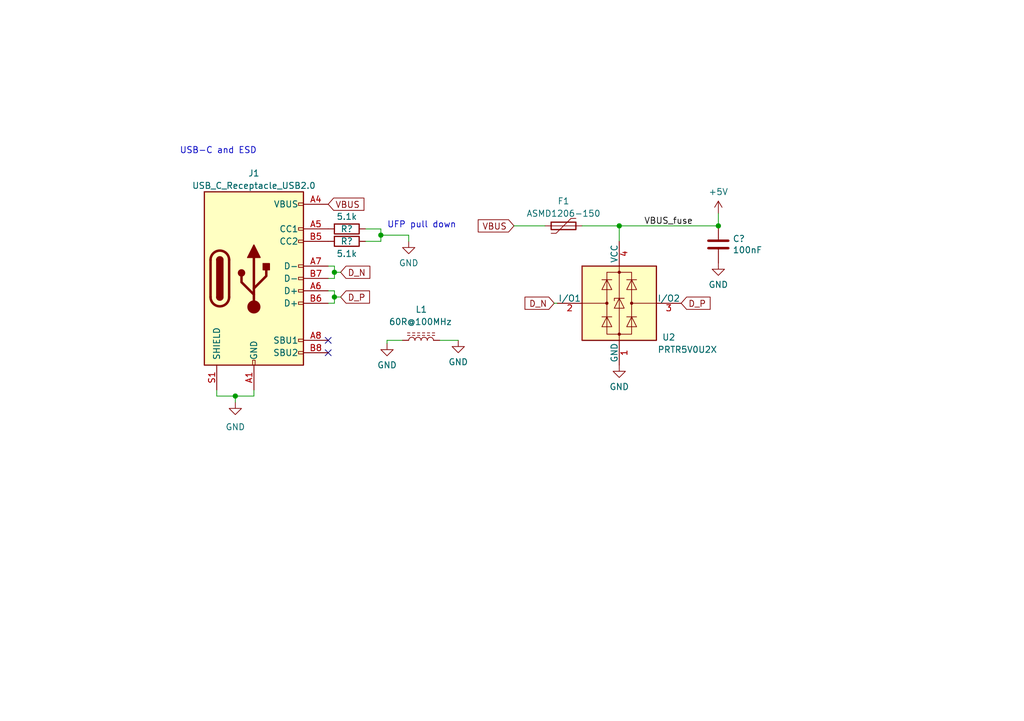
<source format=kicad_sch>
(kicad_sch (version 20230121) (generator eeschema)
  (paper "A5")
  (lib_symbols
    (symbol "+5V_1" (power) (pin_names (offset 0))
      (property "Value" "+5V_1" (at 0 3.556 0))
      (symbol "+5V_1_0_1"
        (polyline (pts (xy -0.762 1.27) (xy 0 2.54)))
        (polyline (pts (xy 0 0) (xy 0 2.54)))
        (polyline (pts (xy 0 2.54) (xy 0.762 1.27)))
      )
      (symbol "+5V_1_1_1"
        (pin power_in line (at 0 0 90) (length 0) hide (name "+5V") (number "1"))
      )
    )
    (symbol "Connector:USB_C_Receptacle_USB2.0" (pin_names (offset 1.016))
      (property "Reference" "J" (at -10.16 19.05 0))
      (property "Value" "USB_C_Receptacle_USB2.0" (at 19.05 19.05 0))
      (symbol "USB_C_Receptacle_USB2.0_0_0"
        (rectangle (start -0.254 -17.78) (end 0.254 -16.764))
        (rectangle (start 10.16 -14.986) (end 9.144 -15.494))
        (rectangle (start 10.16 -12.446) (end 9.144 -12.954))
        (rectangle (start 10.16 -4.826) (end 9.144 -5.334))
        (rectangle (start 10.16 -2.286) (end 9.144 -2.794))
        (rectangle (start 10.16 0.254) (end 9.144 -0.254))
        (rectangle (start 10.16 2.794) (end 9.144 2.286))
        (rectangle (start 10.16 7.874) (end 9.144 7.366))
        (rectangle (start 10.16 10.414) (end 9.144 9.906))
        (rectangle (start 10.16 15.494) (end 9.144 14.986))
      )
      (symbol "USB_C_Receptacle_USB2.0_0_1"
        (rectangle (start -10.16 17.78) (end 10.16 -17.78) (stroke (width 0.254)) (fill (type background)))
        (arc (start -8.89 -3.81) (mid -6.985 -5.7067) (end -5.08 -3.81) (stroke (width 0.508)))
        (arc (start -7.62 -3.81) (mid -6.985 -4.4423) (end -6.35 -3.81) (stroke (width 0.254)))
        (arc (start -7.62 -3.81) (mid -6.985 -4.4423) (end -6.35 -3.81) (stroke (width 0.254)) (fill (type outline)))
        (rectangle (start -7.62 -3.81) (end -6.35 3.81) (stroke (width 0.254)) (fill (type outline)))
        (arc (start -6.35 3.81) (mid -6.985 4.4423) (end -7.62 3.81) (stroke (width 0.254)))
        (arc (start -6.35 3.81) (mid -6.985 4.4423) (end -7.62 3.81) (stroke (width 0.254)) (fill (type outline)))
        (arc (start -5.08 3.81) (mid -6.985 5.7067) (end -8.89 3.81) (stroke (width 0.508)))
        (circle (center -2.54 1.143) (radius 0.635) (stroke (width 0.254)) (fill (type outline)))
        (circle (center 0 -5.842) (radius 1.27) (fill (type outline)))
        (polyline (pts (xy -8.89 -3.81) (xy -8.89 3.81)) (stroke (width 0.508)))
        (polyline (pts (xy -5.08 3.81) (xy -5.08 -3.81)) (stroke (width 0.508)))
        (polyline (pts (xy 0 -5.842) (xy 0 4.318)) (stroke (width 0.508)))
        (polyline (pts (xy 0 -3.302) (xy -2.54 -0.762) (xy -2.54 0.508)) (stroke (width 0.508)))
        (polyline (pts (xy 0 -2.032) (xy 2.54 0.508) (xy 2.54 1.778)) (stroke (width 0.508)))
        (polyline (pts (xy -1.27 4.318) (xy 0 6.858) (xy 1.27 4.318) (xy -1.27 4.318)) (stroke (width 0.254)) (fill (type outline)))
        (rectangle (start 1.905 1.778) (end 3.175 3.048) (stroke (width 0.254)) (fill (type outline)))
      )
      (symbol "USB_C_Receptacle_USB2.0_1_1"
        (pin passive line (at 0 -22.86 90) (length 5.08) (name "GND") (number "A1"))
        (pin passive line (at 0 -22.86 90) (length 5.08) hide (name "GND") (number "A12"))
        (pin passive line (at 15.24 15.24 180) (length 5.08) (name "VBUS") (number "A4"))
        (pin bidirectional line (at 15.24 10.16 180) (length 5.08) (name "CC1") (number "A5"))
        (pin bidirectional line (at 15.24 -2.54 180) (length 5.08) (name "D+") (number "A6"))
        (pin bidirectional line (at 15.24 2.54 180) (length 5.08) (name "D-") (number "A7"))
        (pin bidirectional line (at 15.24 -12.7 180) (length 5.08) (name "SBU1") (number "A8"))
        (pin passive line (at 15.24 15.24 180) (length 5.08) hide (name "VBUS") (number "A9"))
        (pin passive line (at 0 -22.86 90) (length 5.08) hide (name "GND") (number "B1"))
        (pin passive line (at 0 -22.86 90) (length 5.08) hide (name "GND") (number "B12"))
        (pin passive line (at 15.24 15.24 180) (length 5.08) hide (name "VBUS") (number "B4"))
        (pin bidirectional line (at 15.24 7.62 180) (length 5.08) (name "CC2") (number "B5"))
        (pin bidirectional line (at 15.24 -5.08 180) (length 5.08) (name "D+") (number "B6"))
        (pin bidirectional line (at 15.24 0 180) (length 5.08) (name "D-") (number "B7"))
        (pin bidirectional line (at 15.24 -15.24 180) (length 5.08) (name "SBU2") (number "B8"))
        (pin passive line (at 15.24 15.24 180) (length 5.08) hide (name "VBUS") (number "B9"))
        (pin passive line (at -7.62 -22.86 90) (length 5.08) (name "SHIELD") (number "S1"))
      )
    )
    (symbol "Device:C" (pin_numbers hide) (pin_names (offset 0.254))
      (property "Reference" "C" (at 0.635 2.54 0))
      (property "Value" "C" (at 0.635 -2.54 0))
      (symbol "C_0_1"
        (polyline (pts (xy -2.032 -0.762) (xy 2.032 -0.762)) (stroke (width 0.508)))
        (polyline (pts (xy -2.032 0.762) (xy 2.032 0.762)) (stroke (width 0.508)))
      )
      (symbol "C_1_1"
        (pin passive line (at 0 3.81 270) (length 2.794) (name "~") (number "1"))
        (pin passive line (at 0 -3.81 90) (length 2.794) (name "~") (number "2"))
      )
    )
    (symbol "Device:Polyfuse" (pin_numbers hide) (pin_names (offset 0))
      (property "Reference" "F" (at -2.54 0 90))
      (property "Value" "Polyfuse" (at 2.54 0 90))
      (symbol "Polyfuse_0_1"
        (rectangle (start -0.762 2.54) (end 0.762 -2.54) (stroke (width 0.254)))
        (polyline (pts (xy 0 2.54) (xy 0 -2.54)))
        (polyline (pts (xy -1.524 2.54) (xy -1.524 1.524) (xy 1.524 -1.524) (xy 1.524 -2.54)))
      )
      (symbol "Polyfuse_1_1"
        (pin passive line (at 0 3.81 270) (length 1.27) (name "~") (number "1"))
        (pin passive line (at 0 -3.81 90) (length 1.27) (name "~") (number "2"))
      )
    )
    (symbol "Device:R" (pin_numbers hide) (pin_names (offset 0))
      (property "Reference" "R" (at 2.032 0 90))
      (property "Value" "R" (at 0 0 90))
      (symbol "R_0_1"
        (rectangle (start -1.016 -2.54) (end 1.016 2.54) (stroke (width 0.254)))
      )
      (symbol "R_1_1"
        (pin passive line (at 0 3.81 270) (length 1.27) (name "~") (number "1"))
        (pin passive line (at 0 -3.81 90) (length 1.27) (name "~") (number "2"))
      )
    )
    (symbol "Power_Protection:PRTR5V0U2X" (pin_names (offset 0))
      (property "Reference" "D" (at 2.794 8.636 0))
      (property "Value" "PRTR5V0U2X" (at 8.128 -9.398 0))
      (symbol "PRTR5V0U2X_0_1"
        (rectangle (start -7.62 -7.62) (end 7.62 7.62) (stroke (width 0.254)) (fill (type background)))
        (circle (center -2.54 0) (radius 0.254) (fill (type outline)))
        (rectangle (start -2.54 6.35) (end 2.54 -6.35))
        (circle (center 0 -6.35) (radius 0.254) (fill (type outline)))
        (polyline (pts (xy -2.54 0) (xy -7.62 0)))
        (polyline (pts (xy -1.524 -2.794) (xy -3.556 -2.794)))
        (polyline (pts (xy -1.524 4.826) (xy -3.556 4.826)))
        (polyline (pts (xy 0 -7.62) (xy 0 7.62)))
        (polyline (pts (xy 1.524 -2.794) (xy 3.556 -2.794)))
        (polyline (pts (xy 1.524 4.826) (xy 3.556 4.826)))
        (polyline (pts (xy 2.54 0) (xy 7.62 0)))
        (polyline (pts (xy 1.016 1.016) (xy -1.016 1.016) (xy -1.016 0.508)))
        (polyline (pts (xy -3.556 -4.826) (xy -1.524 -4.826) (xy -2.54 -2.794) (xy -3.556 -4.826)))
        (polyline (pts (xy -3.556 2.794) (xy -1.524 2.794) (xy -2.54 4.826) (xy -3.556 2.794)))
        (polyline (pts (xy -1.016 -1.016) (xy 1.016 -1.016) (xy 0 1.016) (xy -1.016 -1.016)))
        (polyline (pts (xy 3.556 -4.826) (xy 1.524 -4.826) (xy 2.54 -2.794) (xy 3.556 -4.826)))
        (polyline (pts (xy 3.556 2.794) (xy 1.524 2.794) (xy 2.54 4.826) (xy 3.556 2.794)))
        (circle (center 0 6.35) (radius 0.254) (fill (type outline)))
        (circle (center 2.54 0) (radius 0.254) (fill (type outline)))
      )
      (symbol "PRTR5V0U2X_1_1"
        (pin passive line (at 0 -12.7 90) (length 5.08) (name "GND") (number "1"))
        (pin passive line (at -12.7 0 0) (length 5.08) (name "I/O1") (number "2"))
        (pin passive line (at 12.7 0 180) (length 5.08) (name "I/O2") (number "3"))
        (pin passive line (at 0 12.7 270) (length 5.08) (name "VCC") (number "4"))
      )
    )
    (symbol "Unified-Daughterboard-rescue:L_Core_Ferrite-Device" (pin_numbers hide) (pin_names (offset 1.016) hide)
      (property "Reference" "L" (at -1.27 0 90))
      (property "Value" "Device_L_Core_Ferrite" (at 2.794 0 90))
      (symbol "L_Core_Ferrite-Device_0_1"
        (arc (start 0 -2.54) (mid 0.6323 -1.905) (end 0 -1.27))
        (arc (start 0 -1.27) (mid 0.6323 -0.635) (end 0 0))
        (polyline (pts (xy 1.016 -2.794) (xy 1.016 -2.286)))
        (polyline (pts (xy 1.016 -1.778) (xy 1.016 -1.27)))
        (polyline (pts (xy 1.016 -0.762) (xy 1.016 -0.254)))
        (polyline (pts (xy 1.016 0.254) (xy 1.016 0.762)))
        (polyline (pts (xy 1.016 1.27) (xy 1.016 1.778)))
        (polyline (pts (xy 1.016 2.286) (xy 1.016 2.794)))
        (polyline (pts (xy 1.524 -2.286) (xy 1.524 -2.794)))
        (polyline (pts (xy 1.524 -1.27) (xy 1.524 -1.778)))
        (polyline (pts (xy 1.524 -0.254) (xy 1.524 -0.762)))
        (polyline (pts (xy 1.524 0.762) (xy 1.524 0.254)))
        (polyline (pts (xy 1.524 1.778) (xy 1.524 1.27)))
        (polyline (pts (xy 1.524 2.794) (xy 1.524 2.286)))
        (arc (start 0 0) (mid 0.6323 0.635) (end 0 1.27))
        (arc (start 0 1.27) (mid 0.6323 1.905) (end 0 2.54))
      )
      (symbol "L_Core_Ferrite-Device_1_1"
        (pin passive line (at 0 3.81 270) (length 1.27) (name "1") (number "1"))
        (pin passive line (at 0 -3.81 90) (length 1.27) (name "2") (number "2"))
      )
    )
    (symbol "power:GND" (power) (pin_names (offset 0))
      (property "Value" "GND" (at 0 -3.81 0))
      (symbol "GND_0_1"
        (polyline (pts (xy 0 0) (xy 0 -1.27) (xy 1.27 -1.27) (xy 0 -2.54) (xy -1.27 -1.27) (xy 0 -1.27)))
      )
      (symbol "GND_1_1"
        (pin power_in line (at 0 0 270) (length 0) hide (name "GND") (number "1"))
      )
    )
  )
  (junction (at 78.105 48.26))
  (junction (at 48.26 81.28))
  (junction (at 147.32 46.355))
  (junction (at 68.58 60.96))
  (junction (at 127 46.355))
  (junction (at 68.58 55.88))
  (no_connect (at 67.31 72.39))
  (no_connect (at 67.31 69.85))
  (wire (pts (xy 68.58 55.88) (xy 69.85 55.88)))
  (wire (pts (xy 127 46.355) (xy 127 49.53)))
  (wire (pts (xy 127 46.355) (xy 147.32 46.355)))
  (wire (pts (xy 79.375 69.85) (xy 82.55 69.85)))
  (wire (pts (xy 74.93 49.53) (xy 78.105 49.53)))
  (wire (pts (xy 113.665 62.23) (xy 114.3 62.23)))
  (wire (pts (xy 74.93 46.99) (xy 78.105 46.99)))
  (wire (pts (xy 68.58 59.69) (xy 68.58 60.96)))
  (wire (pts (xy 78.105 48.26) (xy 78.105 46.99)))
  (wire (pts (xy 78.105 48.26) (xy 83.82 48.26)))
  (wire (pts (xy 44.45 81.28) (xy 48.26 81.28)))
  (wire (pts (xy 79.375 70.485) (xy 79.375 69.85)))
  (wire (pts (xy 44.45 80.01) (xy 44.45 81.28)))
  (wire (pts (xy 67.31 54.61) (xy 68.58 54.61)))
  (wire (pts (xy 68.58 60.96) (xy 69.85 60.96)))
  (wire (pts (xy 67.31 62.23) (xy 68.58 62.23)))
  (wire (pts (xy 68.58 54.61) (xy 68.58 55.88)))
  (wire (pts (xy 48.26 81.28) (xy 52.07 81.28)))
  (wire (pts (xy 78.105 49.53) (xy 78.105 48.26)))
  (wire (pts (xy 67.31 57.15) (xy 68.58 57.15)))
  (wire (pts (xy 48.26 82.55) (xy 48.26 81.28)))
  (wire (pts (xy 52.07 81.28) (xy 52.07 80.01)))
  (wire (pts (xy 147.32 43.815) (xy 147.32 46.355)))
  (wire (pts (xy 93.98 69.85) (xy 90.17 69.85)))
  (wire (pts (xy 68.58 62.23) (xy 68.58 60.96)))
  (wire (pts (xy 67.31 59.69) (xy 68.58 59.69)))
  (wire (pts (xy 68.58 55.88) (xy 68.58 57.15)))
  (wire (pts (xy 83.82 48.26) (xy 83.82 49.53)))
  (wire (pts (xy 119.38 46.355) (xy 127 46.355)))
  (wire (pts (xy 105.41 46.355) (xy 111.76 46.355)))
  (text "UFP pull down" (at 79.375 46.99 0) (effects (font (size 1.27 1.27)) (justify left bottom)))
  (text "USB-C and ESD" (at 36.83 31.75 0) (effects (font (size 1.27 1.27)) (justify left bottom)))
  (label "VBUS_fuse" (at 132.08 46.355 0))
  (global_label "VBUS" (shape input) (at 105.41 46.355 180) (property "Intersheetrefs" "${INTERSHEET_REFS}" (effects hide)))
  (global_label "D_P" (shape input) (at 69.85 60.96 0) (property "Intersheetrefs" "${INTERSHEET_REFS}" (effects hide)))
  (global_label "D_N" (shape input) (at 69.85 55.88 0) (property "Intersheetrefs" "${INTERSHEET_REFS}" (effects hide)))
  (global_label "VBUS" (shape input) (at 67.31 41.91 0) (property "Intersheetrefs" "${INTERSHEET_REFS}" (effects hide)))
  (global_label "D_N" (shape input) (at 113.665 62.23 180) (property "Intersheetrefs" "${INTERSHEET_REFS}" (effects hide)))
  (global_label "D_P" (shape input) (at 139.7 62.23 0) (property "Intersheetrefs" "${INTERSHEET_REFS}" (effects hide)))
  (symbol (lib_id "power:GND") (at 79.375 70.485 0) (unit 1)
    (property "Reference" "#PWR07" (effects hide))
    (property "Value" "GND" (at 79.375 74.93 0))
    (instances (project "stm32_hotswap_chiffre" (path "" (reference "#PWR07") (unit 1))) (project "pandemonium EC" (path "" (reference "#PWR068") (unit 1))))
  )
  (symbol (lib_id "Power_Protection:PRTR5V0U2X") (at 127 62.23 0) (unit 1)
    (property "Reference" "U2" (at 137.16 69.215 0))
    (property "Value" "PRTR5V0U2X" (at 140.97 71.755 0))
    (property "Footprint" "Package_TO_SOT_SMD:SOT-143" (effects hide))
    (property "Datasheet" "https://assets.nexperia.com/documents/data-sheet/PRTR5V0U2X.pdf" (effects hide))
    (property "LCSC" "C2827688" (effects hide))
    (property "JlcRotOffset" "90" (effects hide))
    (instances (project "stm32_hotswap_chiffre" (path "" (reference "U2") (unit 1))) (project "pandemonium EC" (path "" (reference "U11") (unit 1))) (project "EC60-Rev_1_1" (path "" (reference "D1") (unit 1))))
  )
  (symbol (lib_id "Device:R") (at 71.12 46.99 270) (unit 1)
    (property "Reference" "R?" (at 71.12 46.99 90))
    (property "Value" "5.1k" (at 71.12 44.45 90))
    (property "Footprint" "Resistor_SMD:R_0402_1005Metric" (effects hide))
    (instances (project "LeChiffre" (path "" (reference "R?") (unit 1))) (project "stm32_hotswap_chiffre" (path "" (reference "R1") (unit 1))) (project "pandemonium EC" (path "" (reference "R29") (unit 1))))
  )
  (symbol (lib_name "+5V_1") (lib_id "power:+5V") (at 147.32 43.815 0) (unit 1)
    (property "Reference" "#PWR010" (effects hide))
    (property "Value" "+5V" (at 147.32 39.37 0))
    (instances (project "stm32_hotswap_chiffre" (path "" (reference "#PWR010") (unit 1))) (project "pandemonium EC" (path "" (reference "#PWR064") (unit 1))))
  )
  (symbol (lib_id "Unified-Daughterboard-rescue:L_Core_Ferrite-Device") (at 86.36 69.85 90) (unit 1)
    (property "Reference" "L1" (at 87.63 63.5 90) (effects (justify left)))
    (property "Value" "60R@100MHz" (at 92.71 66.04 90) (effects (justify left)))
    (property "Footprint" "Inductor_SMD:L_1206_3216Metric" (effects hide))
    (property "Manufacturer" "MELED Industrial" (effects hide))
    (property "Manufacturer Part No" "MLB3216-600P4A(f)" (effects hide))
    (property "LCSC" "C33600" (effects hide))
    (property "Package" "L1206" (effects hide))
    (instances (project "stm32_hotswap_chiffre" (path "" (reference "L1") (unit 1))) (project "pandemonium EC" (path "" (reference "L8") (unit 1))) (project "Unified-Daughterboard" (path "" (reference "L1") (unit 1))))
  )
  (symbol (lib_id "power:GND") (at 93.98 69.85 0) (unit 1)
    (property "Reference" "#PWR06" (effects hide))
    (property "Value" "GND" (at 93.98 74.295 0))
    (instances (project "stm32_hotswap_chiffre" (path "" (reference "#PWR06") (unit 1))) (project "pandemonium EC" (path "" (reference "#PWR067") (unit 1))))
  )
  (symbol (lib_id "Device:R") (at 71.12 49.53 270) (mirror x) (unit 1)
    (property "Reference" "R?" (at 71.12 49.53 90))
    (property "Value" "5.1k" (at 71.12 52.07 90))
    (property "Footprint" "Resistor_SMD:R_0402_1005Metric" (effects hide))
    (instances (project "LeChiffre" (path "" (reference "R?") (unit 1))) (project "stm32_hotswap_chiffre" (path "" (reference "R2") (unit 1))) (project "pandemonium EC" (path "" (reference "R30") (unit 1))))
  )
  (symbol (lib_id "power:GND") (at 127 74.93 0) (unit 1)
    (property "Reference" "#PWR04" (effects hide))
    (property "Value" "GND" (at 127 79.375 0))
    (instances (project "stm32_hotswap_chiffre" (path "" (reference "#PWR04") (unit 1))) (project "pandemonium EC" (path "" (reference "#PWR03") (unit 1))))
  )
  (symbol (lib_id "Device:C") (at 147.32 50.165 0) (unit 1)
    (property "Reference" "C?" (at 150.241 48.9966 0) (effects (justify left)))
    (property "Value" "100nF" (at 150.241 51.308 0) (effects (justify left)))
    (property "Footprint" "Capacitor_SMD:C_0402_1005Metric" (effects hide))
    (property "LCSC" "C307331" (effects hide))
    (instances (project "LeChiffre" (path "" (reference "C?") (unit 1))) (project "stm32_hotswap_chiffre" (path "" (reference "C8") (unit 1))) (project "pandemonium EC" (path "" (reference "C44") (unit 1))))
  )
  (symbol (lib_id "power:GND") (at 83.82 49.53 0) (unit 1)
    (property "Reference" "#PWR04" (effects hide))
    (property "Value" "GND" (at 83.82 53.975 0))
    (instances (project "stm32_hotswap_chiffre" (path "" (reference "#PWR04") (unit 1))) (project "pandemonium EC" (path "" (reference "#PWR065") (unit 1))))
  )
  (symbol (lib_id "power:GND") (at 147.32 53.975 0) (unit 1)
    (property "Reference" "#PWR013" (effects hide))
    (property "Value" "GND" (at 147.32 58.42 0))
    (instances (project "stm32_hotswap_chiffre" (path "" (reference "#PWR013") (unit 1))) (project "pandemonium EC" (path "" (reference "#PWR066") (unit 1))))
  )
  (symbol (lib_id "power:GND") (at 48.26 82.55 0) (unit 1)
    (property "Reference" "#PWR08" (effects hide))
    (property "Value" "GND" (at 48.26 87.63 0))
    (instances (project "stm32_hotswap_chiffre" (path "" (reference "#PWR08") (unit 1))) (project "pandemonium EC" (path "" (reference "#PWR070") (unit 1))))
  )
  (symbol (lib_id "Device:Polyfuse") (at 115.57 46.355 90) (unit 1)
    (property "Reference" "F1" (at 115.57 41.275 90))
    (property "Value" "ASMD1206-150" (at 115.57 43.815 90))
    (property "Footprint" "Fuse:Fuse_1206_3216Metric" (effects hide))
    (property "LCSC" "C135341" (effects hide))
    (instances (project "stm32_hotswap_chiffre" (path "" (reference "F1") (unit 1))) (project "pandemonium EC" (path "" (reference "F3") (unit 1))))
  )
  (symbol (lib_id "Connector:USB_C_Receptacle_USB2.0") (at 52.07 57.15 0) (unit 1)
    (property "Reference" "J1" (at 52.07 35.56 0))
    (property "Value" "USB_C_Receptacle_USB2.0" (at 52.07 38.1 0))
    (property "Footprint" "Connector_USB:USB_C_Receptacle_HRO_TYPE-C-31-M-12" (effects hide))
    (property "Datasheet" "https://www.usb.org/sites/default/files/documents/usb_type-c.zip" (effects hide))
    (property "JlcRotOffset" "180" (effects hide))
    (property "JlcPosOffset" "0,1.5" (effects hide))
  )
)
</source>
